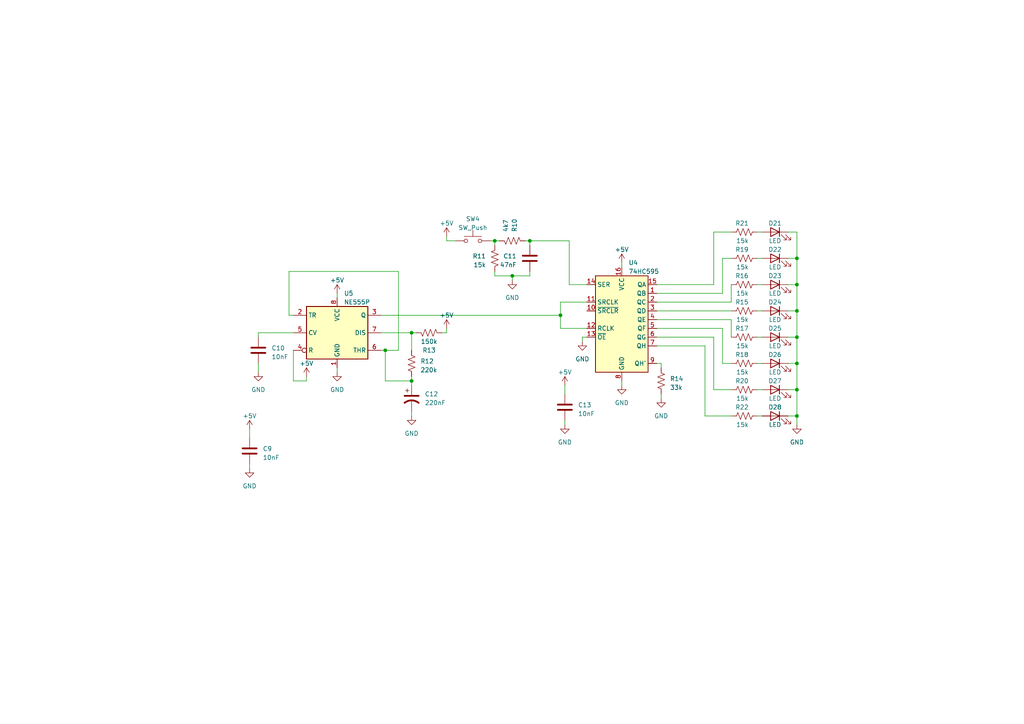
<source format=kicad_sch>
(kicad_sch (version 20230121) (generator eeschema)
  (paper "A4")
  (lib_symbols
    (symbol "74xx:74HC595"
      (property "Reference" "U" (at -7.62 13.97 0))
      (property "Value" "74HC595" (at -7.62 -16.51 0))
      (symbol "74HC595_1_0"
        (pin tri_state line (at 10.16 7.62 180) (length 2.54) (name "QB") (number "1"))
        (pin input line (at -10.16 2.54 0) (length 2.54) (name "~{SRCLR}") (number "10"))
        (pin input line (at -10.16 5.08 0) (length 2.54) (name "SRCLK") (number "11"))
        (pin input line (at -10.16 -2.54 0) (length 2.54) (name "RCLK") (number "12"))
        (pin input line (at -10.16 -5.08 0) (length 2.54) (name "~{OE}") (number "13"))
        (pin input line (at -10.16 10.16 0) (length 2.54) (name "SER") (number "14"))
        (pin tri_state line (at 10.16 10.16 180) (length 2.54) (name "QA") (number "15"))
        (pin power_in line (at 0 15.24 270) (length 2.54) (name "VCC") (number "16"))
        (pin tri_state line (at 10.16 5.08 180) (length 2.54) (name "QC") (number "2"))
        (pin tri_state line (at 10.16 2.54 180) (length 2.54) (name "QD") (number "3"))
        (pin tri_state line (at 10.16 0 180) (length 2.54) (name "QE") (number "4"))
        (pin tri_state line (at 10.16 -2.54 180) (length 2.54) (name "QF") (number "5"))
        (pin tri_state line (at 10.16 -5.08 180) (length 2.54) (name "QG") (number "6"))
        (pin tri_state line (at 10.16 -7.62 180) (length 2.54) (name "QH") (number "7"))
        (pin power_in line (at 0 -17.78 90) (length 2.54) (name "GND") (number "8"))
        (pin output line (at 10.16 -12.7 180) (length 2.54) (name "QH'") (number "9"))
      )
      (symbol "74HC595_1_1"
        (rectangle (start -7.62 12.7) (end 7.62 -15.24) (stroke (width 0.254)) (fill (type background)))
      )
    )
    (symbol "Device:C" (pin_numbers hide) (pin_names (offset 0.254))
      (property "Reference" "C" (at 0.635 2.54 0))
      (property "Value" "C" (at 0.635 -2.54 0))
      (symbol "C_0_1"
        (polyline (pts (xy -2.032 -0.762) (xy 2.032 -0.762)) (stroke (width 0.508)))
        (polyline (pts (xy -2.032 0.762) (xy 2.032 0.762)) (stroke (width 0.508)))
      )
      (symbol "C_1_1"
        (pin passive line (at 0 3.81 270) (length 2.794) (name "~") (number "1"))
        (pin passive line (at 0 -3.81 90) (length 2.794) (name "~") (number "2"))
      )
    )
    (symbol "Device:C_Polarized_US" (pin_numbers hide) (pin_names (offset 0.254) hide)
      (property "Reference" "C" (at 0.635 2.54 0))
      (property "Value" "C_Polarized_US" (at 0.635 -2.54 0))
      (symbol "C_Polarized_US_0_1"
        (polyline (pts (xy -2.032 0.762) (xy 2.032 0.762)) (stroke (width 0.508)))
        (polyline (pts (xy -1.778 2.286) (xy -0.762 2.286)))
        (polyline (pts (xy -1.27 1.778) (xy -1.27 2.794)))
        (arc (start 2.032 -1.27) (mid 0 -0.5572) (end -2.032 -1.27) (stroke (width 0.508)))
      )
      (symbol "C_Polarized_US_1_1"
        (pin passive line (at 0 3.81 270) (length 2.794) (name "~") (number "1"))
        (pin passive line (at 0 -3.81 90) (length 3.302) (name "~") (number "2"))
      )
    )
    (symbol "Device:LED" (pin_numbers hide) (pin_names (offset 1.016) hide)
      (property "Reference" "D" (at 0 2.54 0))
      (property "Value" "LED" (at 0 -2.54 0))
      (symbol "LED_0_1"
        (polyline (pts (xy -1.27 -1.27) (xy -1.27 1.27)) (stroke (width 0.254)))
        (polyline (pts (xy -1.27 0) (xy 1.27 0)))
        (polyline (pts (xy 1.27 -1.27) (xy 1.27 1.27) (xy -1.27 0) (xy 1.27 -1.27)) (stroke (width 0.254)))
        (polyline (pts (xy -3.048 -0.762) (xy -4.572 -2.286) (xy -3.81 -2.286) (xy -4.572 -2.286) (xy -4.572 -1.524)))
        (polyline (pts (xy -1.778 -0.762) (xy -3.302 -2.286) (xy -2.54 -2.286) (xy -3.302 -2.286) (xy -3.302 -1.524)))
      )
      (symbol "LED_1_1"
        (pin passive line (at -3.81 0 0) (length 2.54) (name "K") (number "1"))
        (pin passive line (at 3.81 0 180) (length 2.54) (name "A") (number "2"))
      )
    )
    (symbol "Device:R_US" (pin_numbers hide) (pin_names (offset 0))
      (property "Reference" "R" (at 2.54 0 90))
      (property "Value" "R_US" (at -2.54 0 90))
      (symbol "R_US_0_1"
        (polyline (pts (xy 0 -2.286) (xy 0 -2.54)))
        (polyline (pts (xy 0 2.286) (xy 0 2.54)))
        (polyline (pts (xy 0 -0.762) (xy 1.016 -1.143) (xy 0 -1.524) (xy -1.016 -1.905) (xy 0 -2.286)))
        (polyline (pts (xy 0 0.762) (xy 1.016 0.381) (xy 0 0) (xy -1.016 -0.381) (xy 0 -0.762)))
        (polyline (pts (xy 0 2.286) (xy 1.016 1.905) (xy 0 1.524) (xy -1.016 1.143) (xy 0 0.762)))
      )
      (symbol "R_US_1_1"
        (pin passive line (at 0 3.81 270) (length 1.27) (name "~") (number "1"))
        (pin passive line (at 0 -3.81 90) (length 1.27) (name "~") (number "2"))
      )
    )
    (symbol "Switch:SW_Push" (pin_numbers hide) (pin_names (offset 1.016) hide)
      (property "Reference" "SW" (at 1.27 2.54 0))
      (property "Value" "SW_Push" (at 0 -1.524 0))
      (symbol "SW_Push_0_1"
        (circle (center -2.032 0) (radius 0.508))
        (polyline (pts (xy 0 1.27) (xy 0 3.048)))
        (polyline (pts (xy 2.54 1.27) (xy -2.54 1.27)))
        (circle (center 2.032 0) (radius 0.508))
        (pin passive line (at -5.08 0 0) (length 2.54) (name "1") (number "1"))
        (pin passive line (at 5.08 0 180) (length 2.54) (name "2") (number "2"))
      )
    )
    (symbol "Timer:NE555P"
      (property "Reference" "U" (at -10.16 8.89 0))
      (property "Value" "NE555P" (at 2.54 8.89 0))
      (symbol "NE555P_0_0"
        (pin power_in line (at 0 -10.16 90) (length 2.54) (name "GND") (number "1"))
        (pin power_in line (at 0 10.16 270) (length 2.54) (name "VCC") (number "8"))
      )
      (symbol "NE555P_0_1"
        (rectangle (start -8.89 -7.62) (end 8.89 7.62) (stroke (width 0.254)) (fill (type background)))
        (rectangle (start -8.89 -7.62) (end 8.89 7.62) (stroke (width 0.254)) (fill (type background)))
      )
      (symbol "NE555P_1_1"
        (pin input line (at -12.7 5.08 0) (length 3.81) (name "TR") (number "2"))
        (pin output line (at 12.7 5.08 180) (length 3.81) (name "Q") (number "3"))
        (pin input inverted (at -12.7 -5.08 0) (length 3.81) (name "R") (number "4"))
        (pin input line (at -12.7 0 0) (length 3.81) (name "CV") (number "5"))
        (pin input line (at 12.7 -5.08 180) (length 3.81) (name "THR") (number "6"))
        (pin input line (at 12.7 0 180) (length 3.81) (name "DIS") (number "7"))
      )
    )
    (symbol "power:+5V" (power) (pin_names (offset 0))
      (property "Value" "+5V" (at 0 3.556 0))
      (symbol "+5V_0_1"
        (polyline (pts (xy -0.762 1.27) (xy 0 2.54)))
        (polyline (pts (xy 0 0) (xy 0 2.54)))
        (polyline (pts (xy 0 2.54) (xy 0.762 1.27)))
      )
      (symbol "+5V_1_1"
        (pin power_in line (at 0 0 90) (length 0) hide (name "+5V") (number "1"))
      )
    )
    (symbol "power:GND" (power) (pin_names (offset 0))
      (property "Value" "GND" (at 0 -3.81 0))
      (symbol "GND_0_1"
        (polyline (pts (xy 0 0) (xy 0 -1.27) (xy 1.27 -1.27) (xy 0 -2.54) (xy -1.27 -1.27) (xy 0 -1.27)))
      )
      (symbol "GND_1_1"
        (pin power_in line (at 0 0 270) (length 0) hide (name "GND") (number "1"))
      )
    )
  )
  (junction (at 231.14 74.93))
  (junction (at 231.14 90.17))
  (junction (at 148.59 80.01))
  (junction (at 111.76 101.6))
  (junction (at 153.67 69.85))
  (junction (at 231.14 105.41))
  (junction (at 231.14 97.79))
  (junction (at 162.56 91.44))
  (junction (at 119.38 110.49))
  (junction (at 143.51 69.85))
  (junction (at 231.14 113.03))
  (junction (at 231.14 82.55))
  (junction (at 231.14 120.65))
  (junction (at 119.38 96.52))
  (wire (pts (xy 190.5 100.33) (xy 204.47 100.33)))
  (wire (pts (xy 231.14 97.79) (xy 231.14 105.41)))
  (wire (pts (xy 119.38 119.38) (xy 119.38 120.65)))
  (wire (pts (xy 228.6 90.17) (xy 231.14 90.17)))
  (wire (pts (xy 162.56 87.63) (xy 162.56 91.44)))
  (wire (pts (xy 83.82 91.44) (xy 85.09 91.44)))
  (wire (pts (xy 97.79 85.09) (xy 97.79 86.36)))
  (wire (pts (xy 165.1 69.85) (xy 165.1 82.55)))
  (wire (pts (xy 85.09 101.6) (xy 85.09 110.49)))
  (wire (pts (xy 129.54 68.58) (xy 129.54 69.85)))
  (wire (pts (xy 129.54 69.85) (xy 132.08 69.85)))
  (wire (pts (xy 219.71 120.65) (xy 220.98 120.65)))
  (wire (pts (xy 219.71 67.31) (xy 220.98 67.31)))
  (wire (pts (xy 207.01 97.79) (xy 207.01 113.03)))
  (wire (pts (xy 190.5 95.25) (xy 209.55 95.25)))
  (wire (pts (xy 228.6 74.93) (xy 231.14 74.93)))
  (wire (pts (xy 143.51 80.01) (xy 143.51 78.74)))
  (wire (pts (xy 212.09 97.79) (xy 212.09 92.71)))
  (wire (pts (xy 170.18 87.63) (xy 162.56 87.63)))
  (wire (pts (xy 191.77 114.3) (xy 191.77 115.57)))
  (wire (pts (xy 111.76 110.49) (xy 119.38 110.49)))
  (wire (pts (xy 190.5 90.17) (xy 212.09 90.17)))
  (wire (pts (xy 88.9 109.22) (xy 88.9 110.49)))
  (wire (pts (xy 231.14 82.55) (xy 231.14 90.17)))
  (wire (pts (xy 110.49 101.6) (xy 111.76 101.6)))
  (wire (pts (xy 207.01 82.55) (xy 207.01 67.31)))
  (wire (pts (xy 231.14 67.31) (xy 231.14 74.93)))
  (wire (pts (xy 88.9 110.49) (xy 85.09 110.49)))
  (wire (pts (xy 74.93 96.52) (xy 74.93 97.79)))
  (wire (pts (xy 72.39 124.46) (xy 72.39 127)))
  (wire (pts (xy 97.79 106.68) (xy 97.79 107.95)))
  (wire (pts (xy 144.78 69.85) (xy 143.51 69.85)))
  (wire (pts (xy 115.57 78.74) (xy 83.82 78.74)))
  (wire (pts (xy 219.71 82.55) (xy 220.98 82.55)))
  (wire (pts (xy 148.59 80.01) (xy 148.59 81.28)))
  (wire (pts (xy 165.1 82.55) (xy 170.18 82.55)))
  (wire (pts (xy 162.56 91.44) (xy 162.56 95.25)))
  (wire (pts (xy 143.51 69.85) (xy 142.24 69.85)))
  (wire (pts (xy 209.55 74.93) (xy 209.55 85.09)))
  (wire (pts (xy 110.49 91.44) (xy 162.56 91.44)))
  (wire (pts (xy 143.51 69.85) (xy 143.51 71.12)))
  (wire (pts (xy 228.6 82.55) (xy 231.14 82.55)))
  (wire (pts (xy 212.09 87.63) (xy 190.5 87.63)))
  (wire (pts (xy 153.67 69.85) (xy 165.1 69.85)))
  (wire (pts (xy 228.6 113.03) (xy 231.14 113.03)))
  (wire (pts (xy 228.6 105.41) (xy 231.14 105.41)))
  (wire (pts (xy 190.5 97.79) (xy 207.01 97.79)))
  (wire (pts (xy 168.91 97.79) (xy 168.91 99.06)))
  (wire (pts (xy 119.38 96.52) (xy 120.65 96.52)))
  (wire (pts (xy 180.34 110.49) (xy 180.34 111.76)))
  (wire (pts (xy 148.59 80.01) (xy 143.51 80.01)))
  (wire (pts (xy 219.71 74.93) (xy 220.98 74.93)))
  (wire (pts (xy 83.82 78.74) (xy 83.82 91.44)))
  (wire (pts (xy 207.01 113.03) (xy 212.09 113.03)))
  (wire (pts (xy 219.71 97.79) (xy 220.98 97.79)))
  (wire (pts (xy 163.83 111.76) (xy 163.83 114.3)))
  (wire (pts (xy 212.09 82.55) (xy 212.09 87.63)))
  (wire (pts (xy 219.71 113.03) (xy 220.98 113.03)))
  (wire (pts (xy 162.56 95.25) (xy 170.18 95.25)))
  (wire (pts (xy 207.01 67.31) (xy 212.09 67.31)))
  (wire (pts (xy 204.47 100.33) (xy 204.47 120.65)))
  (wire (pts (xy 72.39 134.62) (xy 72.39 135.89)))
  (wire (pts (xy 74.93 105.41) (xy 74.93 107.95)))
  (wire (pts (xy 219.71 90.17) (xy 220.98 90.17)))
  (wire (pts (xy 119.38 109.22) (xy 119.38 110.49)))
  (wire (pts (xy 111.76 101.6) (xy 115.57 101.6)))
  (wire (pts (xy 153.67 69.85) (xy 152.4 69.85)))
  (wire (pts (xy 190.5 82.55) (xy 207.01 82.55)))
  (wire (pts (xy 115.57 101.6) (xy 115.57 78.74)))
  (wire (pts (xy 163.83 121.92) (xy 163.83 123.19)))
  (wire (pts (xy 231.14 120.65) (xy 228.6 120.65)))
  (wire (pts (xy 231.14 74.93) (xy 231.14 82.55)))
  (wire (pts (xy 153.67 69.85) (xy 153.67 71.12)))
  (wire (pts (xy 153.67 80.01) (xy 148.59 80.01)))
  (wire (pts (xy 212.09 92.71) (xy 190.5 92.71)))
  (wire (pts (xy 85.09 96.52) (xy 74.93 96.52)))
  (wire (pts (xy 110.49 96.52) (xy 119.38 96.52)))
  (wire (pts (xy 119.38 110.49) (xy 119.38 111.76)))
  (wire (pts (xy 128.27 96.52) (xy 129.54 96.52)))
  (wire (pts (xy 209.55 105.41) (xy 212.09 105.41)))
  (wire (pts (xy 153.67 78.74) (xy 153.67 80.01)))
  (wire (pts (xy 209.55 85.09) (xy 190.5 85.09)))
  (wire (pts (xy 129.54 96.52) (xy 129.54 95.25)))
  (wire (pts (xy 170.18 97.79) (xy 168.91 97.79)))
  (wire (pts (xy 180.34 76.2) (xy 180.34 77.47)))
  (wire (pts (xy 111.76 101.6) (xy 111.76 110.49)))
  (wire (pts (xy 119.38 96.52) (xy 119.38 101.6)))
  (wire (pts (xy 231.14 120.65) (xy 231.14 123.19)))
  (wire (pts (xy 191.77 105.41) (xy 191.77 106.68)))
  (wire (pts (xy 231.14 113.03) (xy 231.14 120.65)))
  (wire (pts (xy 219.71 105.41) (xy 220.98 105.41)))
  (wire (pts (xy 228.6 67.31) (xy 231.14 67.31)))
  (wire (pts (xy 231.14 90.17) (xy 231.14 97.79)))
  (wire (pts (xy 212.09 74.93) (xy 209.55 74.93)))
  (wire (pts (xy 209.55 95.25) (xy 209.55 105.41)))
  (wire (pts (xy 190.5 105.41) (xy 191.77 105.41)))
  (wire (pts (xy 231.14 105.41) (xy 231.14 113.03)))
  (wire (pts (xy 228.6 97.79) (xy 231.14 97.79)))
  (wire (pts (xy 204.47 120.65) (xy 212.09 120.65)))
  (symbol (lib_id "Device:R_US") (at 215.9 97.79 90) (unit 1)
    (property "Reference" "R17" (at 217.17 95.25 90) (effects (justify left)))
    (property "Value" "15k" (at 217.17 100.33 90) (effects (justify left)))
  )
  (symbol (lib_id "power:GND") (at 163.83 123.19 0) (unit 1)
    (property "Reference" "#PWR033" (effects hide))
    (property "Value" "GND" (at 163.83 128.27 0))
  )
  (symbol (lib_id "Device:R_US") (at 148.59 69.85 270) (mirror x) (unit 1)
    (property "Reference" "R10" (at 149.225 67.31 0) (effects (justify left)))
    (property "Value" "4k7" (at 146.685 67.31 0) (effects (justify left)))
  )
  (symbol (lib_id "Device:R_US") (at 215.9 90.17 90) (unit 1)
    (property "Reference" "R15" (at 217.17 87.63 90) (effects (justify left)))
    (property "Value" "15k" (at 217.17 92.71 90) (effects (justify left)))
  )
  (symbol (lib_id "power:GND") (at 97.79 107.95 0) (unit 1)
    (property "Reference" "#PWR011" (effects hide))
    (property "Value" "GND" (at 97.79 113.03 0))
  )
  (symbol (lib_id "power:+5V") (at 129.54 68.58 0) (unit 1)
    (property "Reference" "#PWR03" (effects hide))
    (property "Value" "+5V" (at 129.54 64.77 0))
  )
  (symbol (lib_id "power:GND") (at 180.34 111.76 0) (unit 1)
    (property "Reference" "#PWR029" (effects hide))
    (property "Value" "GND" (at 180.34 116.84 0))
  )
  (symbol (lib_id "power:GND") (at 148.59 81.28 0) (mirror y) (unit 1)
    (property "Reference" "#PWR09" (effects hide))
    (property "Value" "GND" (at 148.59 86.36 0))
  )
  (symbol (lib_id "Device:C") (at 163.83 118.11 0) (unit 1)
    (property "Reference" "C13" (at 167.64 117.475 0) (effects (justify left)))
    (property "Value" "10nF" (at 167.64 120.015 0) (effects (justify left)))
  )
  (symbol (lib_id "Device:R_US") (at 215.9 105.41 90) (unit 1)
    (property "Reference" "R18" (at 217.17 102.87 90) (effects (justify left)))
    (property "Value" "15k" (at 217.17 107.95 90) (effects (justify left)))
  )
  (symbol (lib_id "Device:R_US") (at 215.9 120.65 90) (unit 1)
    (property "Reference" "R22" (at 217.17 118.11 90) (effects (justify left)))
    (property "Value" "15k" (at 217.17 123.19 90) (effects (justify left)))
  )
  (symbol (lib_id "Device:LED") (at 224.79 120.65 0) (mirror y) (unit 1)
    (property "Reference" "D28" (at 224.79 118.11 0))
    (property "Value" "LED" (at 224.79 123.19 0))
  )
  (symbol (lib_id "power:GND") (at 74.93 107.95 0) (unit 1)
    (property "Reference" "#PWR07" (effects hide))
    (property "Value" "GND" (at 74.93 113.03 0))
  )
  (symbol (lib_id "Device:C_Polarized_US") (at 119.38 115.57 0) (unit 1)
    (property "Reference" "C12" (at 123.19 114.3 0) (effects (justify left)))
    (property "Value" "220nF" (at 123.19 116.84 0) (effects (justify left)))
  )
  (symbol (lib_id "power:+5V") (at 72.39 124.46 0) (unit 1)
    (property "Reference" "#PWR027" (effects hide))
    (property "Value" "+5V" (at 72.39 120.65 0))
  )
  (symbol (lib_id "power:GND") (at 119.38 120.65 0) (unit 1)
    (property "Reference" "#PWR016" (effects hide))
    (property "Value" "GND" (at 119.38 125.73 0))
  )
  (symbol (lib_id "power:+5V") (at 163.83 111.76 0) (unit 1)
    (property "Reference" "#PWR032" (effects hide))
    (property "Value" "+5V" (at 163.83 107.95 0))
  )
  (symbol (lib_id "Device:LED") (at 224.79 90.17 0) (mirror y) (unit 1)
    (property "Reference" "D24" (at 224.79 87.63 0))
    (property "Value" "LED" (at 224.79 92.71 0))
  )
  (symbol (lib_id "Device:R_US") (at 124.46 96.52 90) (mirror x) (unit 1)
    (property "Reference" "R13" (at 124.46 101.6 90))
    (property "Value" "150k" (at 124.46 99.06 90))
  )
  (symbol (lib_id "Device:C") (at 153.67 74.93 0) (mirror y) (unit 1)
    (property "Reference" "C11" (at 149.86 74.295 0) (effects (justify left)))
    (property "Value" "47nF" (at 149.86 76.835 0) (effects (justify left)))
  )
  (symbol (lib_id "power:GND") (at 168.91 99.06 0) (unit 1)
    (property "Reference" "#PWR034" (effects hide))
    (property "Value" "GND" (at 168.91 104.14 0))
  )
  (symbol (lib_id "Device:C") (at 74.93 101.6 0) (unit 1)
    (property "Reference" "C10" (at 78.74 100.965 0) (effects (justify left)))
    (property "Value" "10nF" (at 78.74 103.505 0) (effects (justify left)))
  )
  (symbol (lib_id "Device:R_US") (at 119.38 105.41 0) (unit 1)
    (property "Reference" "R12" (at 121.92 104.775 0) (effects (justify left)))
    (property "Value" "220k" (at 121.92 107.315 0) (effects (justify left)))
  )
  (symbol (lib_id "Device:R_US") (at 215.9 82.55 90) (unit 1)
    (property "Reference" "R16" (at 217.17 80.01 90) (effects (justify left)))
    (property "Value" "15k" (at 217.17 85.09 90) (effects (justify left)))
  )
  (symbol (lib_id "Device:R_US") (at 215.9 113.03 90) (unit 1)
    (property "Reference" "R20" (at 217.17 110.49 90) (effects (justify left)))
    (property "Value" "15k" (at 217.17 115.57 90) (effects (justify left)))
  )
  (symbol (lib_id "Device:LED") (at 224.79 67.31 0) (mirror y) (unit 1)
    (property "Reference" "D21" (at 224.79 64.77 0))
    (property "Value" "LED" (at 224.79 69.85 0))
  )
  (symbol (lib_id "power:+5V") (at 88.9 109.22 0) (unit 1)
    (property "Reference" "#PWR026" (effects hide))
    (property "Value" "+5V" (at 88.9 105.41 0))
  )
  (symbol (lib_id "Device:R_US") (at 215.9 74.93 90) (unit 1)
    (property "Reference" "R19" (at 217.17 72.39 90) (effects (justify left)))
    (property "Value" "15k" (at 217.17 77.47 90) (effects (justify left)))
  )
  (symbol (lib_id "Device:R_US") (at 143.51 74.93 0) (mirror y) (unit 1)
    (property "Reference" "R11" (at 140.97 74.295 0) (effects (justify left)))
    (property "Value" "15k" (at 140.97 76.835 0) (effects (justify left)))
  )
  (symbol (lib_id "power:GND") (at 191.77 115.57 0) (unit 1)
    (property "Reference" "#PWR030" (effects hide))
    (property "Value" "GND" (at 191.77 120.65 0))
  )
  (symbol (lib_id "power:+5V") (at 97.79 85.09 0) (unit 1)
    (property "Reference" "#PWR024" (effects hide))
    (property "Value" "+5V" (at 97.79 81.28 0))
  )
  (symbol (lib_id "Device:LED") (at 224.79 74.93 0) (mirror y) (unit 1)
    (property "Reference" "D22" (at 224.79 72.39 0))
    (property "Value" "LED" (at 224.79 77.47 0))
  )
  (symbol (lib_id "Device:LED") (at 224.79 82.55 0) (mirror y) (unit 1)
    (property "Reference" "D23" (at 224.79 80.01 0))
    (property "Value" "LED" (at 224.79 85.09 0))
  )
  (symbol (lib_id "Timer:NE555P") (at 97.79 96.52 0) (unit 1)
    (property "Reference" "U5" (at 99.7459 85.09 0) (effects (justify left)))
    (property "Value" "NE555P" (at 99.7459 87.63 0) (effects (justify left)))
    (property "Footprint" "Package_DIP:DIP-8_W7.62mm" (effects hide))
    (property "Datasheet" "http://www.ti.com/lit/ds/symlink/ne555.pdf" (effects hide))
  )
  (symbol (lib_id "Device:LED") (at 224.79 97.79 0) (mirror y) (unit 1)
    (property "Reference" "D25" (at 224.79 95.25 0))
    (property "Value" "LED" (at 224.79 100.33 0))
  )
  (symbol (lib_id "Device:R_US") (at 191.77 110.49 0) (unit 1)
    (property "Reference" "R14" (at 194.31 109.855 0) (effects (justify left)))
    (property "Value" "33k" (at 194.31 112.395 0) (effects (justify left)))
  )
  (symbol (lib_id "Switch:SW_Push") (at 137.16 69.85 0) (unit 1)
    (property "Reference" "SW4" (at 137.16 63.5 0))
    (property "Value" "SW_Push" (at 137.16 66.04 0))
  )
  (symbol (lib_id "power:GND") (at 72.39 135.89 0) (unit 1)
    (property "Reference" "#PWR01" (effects hide))
    (property "Value" "GND" (at 72.39 140.97 0))
  )
  (symbol (lib_id "Device:C") (at 72.39 130.81 0) (unit 1)
    (property "Reference" "C9" (at 76.2 130.175 0) (effects (justify left)))
    (property "Value" "10nF" (at 76.2 132.715 0) (effects (justify left)))
  )
  (symbol (lib_id "74xx:74HC595") (at 180.34 92.71 0) (unit 1)
    (property "Reference" "U4" (at 182.2959 76.2 0) (effects (justify left)))
    (property "Value" "74HC595" (at 182.2959 78.74 0) (effects (justify left)))
    (property "Datasheet" "http://www.ti.com/lit/ds/symlink/sn74hc595.pdf" (effects hide))
  )
  (symbol (lib_id "power:+5V") (at 180.34 76.2 0) (unit 1)
    (property "Reference" "#PWR028" (effects hide))
    (property "Value" "+5V" (at 180.34 72.39 0))
  )
  (symbol (lib_id "Device:R_US") (at 215.9 67.31 90) (unit 1)
    (property "Reference" "R21" (at 217.17 64.77 90) (effects (justify left)))
    (property "Value" "15k" (at 217.17 69.85 90) (effects (justify left)))
  )
  (symbol (lib_id "power:GND") (at 231.14 123.19 0) (unit 1)
    (property "Reference" "#PWR031" (effects hide))
    (property "Value" "GND" (at 231.14 128.27 0))
  )
  (symbol (lib_id "power:+5V") (at 129.54 95.25 0) (unit 1)
    (property "Reference" "#PWR025" (effects hide))
    (property "Value" "+5V" (at 129.54 91.44 0))
  )
  (symbol (lib_id "Device:LED") (at 224.79 105.41 0) (mirror y) (unit 1)
    (property "Reference" "D26" (at 224.79 102.87 0))
    (property "Value" "LED" (at 224.79 107.95 0))
  )
  (symbol (lib_id "Device:LED") (at 224.79 113.03 0) (mirror y) (unit 1)
    (property "Reference" "D27" (at 224.79 110.49 0))
    (property "Value" "LED" (at 224.79 115.57 0))
  )
)
</source>
